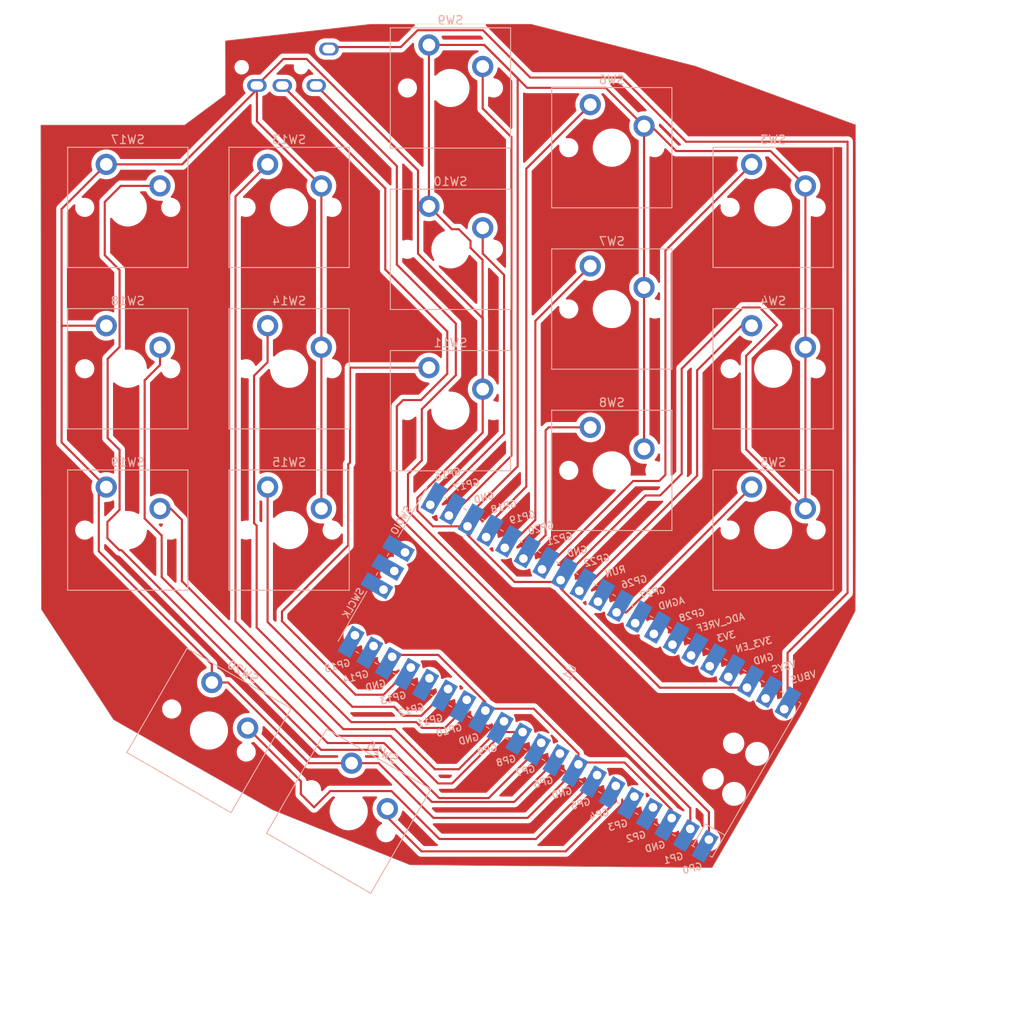
<source format=kicad_pcb>
(kicad_pcb (version 20221018) (generator pcbnew)
  (layers (0 "F.Cu" signal) (31 "B.Cu" signal) (34 "B.Paste" user) (35 "F.Paste" user) (36 "B.SilkS" user "B.Silkscreen") (37 "F.SilkS" user "F.Silkscreen") (38 "B.Mask" user) (39 "F.Mask" user) (44 "Edge.Cuts" user))
  (net 0 "")
  (net 1 "9")
  (net 2 "10")
  (net 3 "11")
  (net 4 "13")
  (net 5 "16")
  (net 6 "17")
  (net 7 "18")
  (net 8 "19")
  (net 9 "20")
  (net 10 "27")
  (net 11 "28")
  (net 12 "21")
  (net 13 "22")
  (net 14 "26")
  (net 15 "GND")
  (net 16 "3v3")
  (net 28 "0")
  (net 29 "1")
  (net 30 "3")
  (net 31 "4")
  (net 32 "6")
  (net 33 "7")
  (net 34 "8")
  (net 35 "5")
  (net 36 "2")
  (footprint "MJ-4PP-9:MJ-4PP-9_no_silk" (layer "B.Cu") (at 130.125 39.117944)
    (fp_text reference "J1" hide)
    (fp_text value "MJ-4PP-9" hide)
    (pad "" np_thru_hole circle (at -4.55 -0.05) (size 1.2 1.2) (drill 1.2) (layers "*.Cu" "*.Mask"))
    (pad "" np_thru_hole circle (at 2.45 -0.05) (size 1.2 1.2) (drill 1.2) (layers "*.Cu" "*.Mask"))
    (pad "1" thru_hole oval (at 5.75 -2.2) (size 2.3 1.5) (drill oval 1.5 1) (layers "*.Cu" "*.Mask") (net 16 "3v3"))
    (pad "2" thru_hole oval (at -2.75 2.1) (size 2.3 1.5) (drill oval 1.5 1) (layers "*.Cu" "*.Mask") (net 15 "GND"))
    (pad "3" thru_hole oval (at 0.25 2.1) (size 2.3 1.5) (drill oval 1.5 1) (layers "*.Cu" "*.Mask") (net 29 "1"))
    (pad "4" thru_hole oval (at 4.25 2.1) (size 2.3 1.5) (drill oval 1.5 1) (layers "*.Cu" "*.Mask") (net 28 "0"))
  )
  (footprint "ScottoKeebs_MX:MX_PCB_1.00u" (layer "B.Cu") (at 188.325 55.617944 180)
    (fp_text reference "SW3" (at 0 8) (layer "B.SilkS") (effects (justify mirror)))
    (fp_text value "CherryMX")
    (pad "" np_thru_hole circle (at -5.08 0 180) (size 1.75 1.75) (drill 1.75) (layers "*.Cu" "*.Mask"))
    (pad "" np_thru_hole circle (at 0 0 180) (size 4 4) (drill 4) (layers "*.Cu" "*.Mask"))
    (pad "" np_thru_hole circle (at 5.08 0 180) (size 1.75 1.75) (drill 1.75) (layers "*.Cu" "*.Mask"))
    (pad "1" thru_hole circle (at -3.81 2.54 180) (size 2.5 2.5) (drill 1.5) (layers "*.Cu" "*.Mask") (net 15 "GND"))
    (pad "2" thru_hole circle (at 2.54 5.08 180) (size 2.5 2.5) (drill 1.5) (layers "*.Cu" "*.Mask") (net 12 "21"))
  )
  (footprint "ScottoKeebs_MX:MX_PCB_1.00u" (layer "B.Cu") (at 188.325 74.667944 180)
    (fp_text reference "SW4" (at 0 8) (layer "B.SilkS") (effects (justify mirror)))
    (fp_text value "CherryMX")
    (pad "" np_thru_hole circle (at -5.08 0 180) (size 1.75 1.75) (drill 1.75) (layers "*.Cu" "*.Mask"))
    (pad "" np_thru_hole circle (at 0 0 180) (size 4 4) (drill 4) (layers "*.Cu" "*.Mask"))
    (pad "" np_thru_hole circle (at 5.08 0 180) (size 1.75 1.75) (drill 1.75) (layers "*.Cu" "*.Mask"))
    (pad "1" thru_hole circle (at -3.81 2.54 180) (size 2.5 2.5) (drill 1.5) (layers "*.Cu" "*.Mask") (net 15 "GND"))
    (pad "2" thru_hole circle (at 2.54 5.08 180) (size 2.5 2.5) (drill 1.5) (layers "*.Cu" "*.Mask") (net 13 "22"))
  )
  (footprint "ScottoKeebs_MX:MX_PCB_1.00u" (layer "B.Cu") (at 188.325 93.717944 180)
    (fp_text reference "SW5" (at 0 8) (layer "B.SilkS") (effects (justify mirror)))
    (fp_text value "CherryMX")
    (pad "" np_thru_hole circle (at -5.08 0 180) (size 1.75 1.75) (drill 1.75) (layers "*.Cu" "*.Mask"))
    (pad "" np_thru_hole circle (at 0 0 180) (size 4 4) (drill 4) (layers "*.Cu" "*.Mask"))
    (pad "" np_thru_hole circle (at 5.08 0 180) (size 1.75 1.75) (drill 1.75) (layers "*.Cu" "*.Mask"))
    (pad "1" thru_hole circle (at -3.81 2.54 180) (size 2.5 2.5) (drill 1.5) (layers "*.Cu" "*.Mask") (net 15 "GND"))
    (pad "2" thru_hole circle (at 2.54 5.08 180) (size 2.5 2.5) (drill 1.5) (layers "*.Cu" "*.Mask") (net 14 "26"))
  )
  (footprint "ScottoKeebs_MX:MX_PCB_1.00u" (layer "B.Cu") (at 169.275 48.567944 180)
    (fp_text reference "SW6" (at 0 8) (layer "B.SilkS") (effects (justify mirror)))
    (fp_text value "CherryMX")
    (pad "" np_thru_hole circle (at -5.08 0 180) (size 1.75 1.75) (drill 1.75) (layers "*.Cu" "*.Mask"))
    (pad "" np_thru_hole circle (at 0 0 180) (size 4 4) (drill 4) (layers "*.Cu" "*.Mask"))
    (pad "" np_thru_hole circle (at 5.08 0 180) (size 1.75 1.75) (drill 1.75) (layers "*.Cu" "*.Mask"))
    (pad "1" thru_hole circle (at -3.81 2.54 180) (size 2.5 2.5) (drill 1.5) (layers "*.Cu" "*.Mask") (net 15 "GND"))
    (pad "2" thru_hole circle (at 2.54 5.08 180) (size 2.5 2.5) (drill 1.5) (layers "*.Cu" "*.Mask") (net 7 "18"))
  )
  (footprint "ScottoKeebs_MX:MX_PCB_1.00u" (layer "B.Cu") (at 169.275 67.617944 180)
    (fp_text reference "SW7" (at 0 8) (layer "B.SilkS") (effects (justify mirror)))
    (fp_text value "CherryMX")
    (pad "" np_thru_hole circle (at -5.08 0 180) (size 1.75 1.75) (drill 1.75) (layers "*.Cu" "*.Mask"))
    (pad "" np_thru_hole circle (at 0 0 180) (size 4 4) (drill 4) (layers "*.Cu" "*.Mask"))
    (pad "" np_thru_hole circle (at 5.08 0 180) (size 1.75 1.75) (drill 1.75) (layers "*.Cu" "*.Mask"))
    (pad "1" thru_hole circle (at -3.81 2.54 180) (size 2.5 2.5) (drill 1.5) (layers "*.Cu" "*.Mask") (net 15 "GND"))
    (pad "2" thru_hole circle (at 2.54 5.08 180) (size 2.5 2.5) (drill 1.5) (layers "*.Cu" "*.Mask") (net 8 "19"))
  )
  (footprint "ScottoKeebs_MX:MX_PCB_1.00u" (layer "B.Cu") (at 169.275 86.667944 180)
    (fp_text reference "SW8" (at 0 8) (layer "B.SilkS") (effects (justify mirror)))
    (fp_text value "CherryMX")
    (pad "" np_thru_hole circle (at -5.08 0 180) (size 1.75 1.75) (drill 1.75) (layers "*.Cu" "*.Mask"))
    (pad "" np_thru_hole circle (at 0 0 180) (size 4 4) (drill 4) (layers "*.Cu" "*.Mask"))
    (pad "" np_thru_hole circle (at 5.08 0 180) (size 1.75 1.75) (drill 1.75) (layers "*.Cu" "*.Mask"))
    (pad "1" thru_hole circle (at -3.81 2.54 180) (size 2.5 2.5) (drill 1.5) (layers "*.Cu" "*.Mask") (net 15 "GND"))
    (pad "2" thru_hole circle (at 2.54 5.08 180) (size 2.5 2.5) (drill 1.5) (layers "*.Cu" "*.Mask") (net 9 "20"))
  )
  (footprint "ScottoKeebs_MX:MX_PCB_1.00u" (layer "B.Cu") (at 150.225 41.517944 180)
    (fp_text reference "SW9" (at 0 8) (layer "B.SilkS") (effects (justify mirror)))
    (fp_text value "CherryMX")
    (pad "" np_thru_hole circle (at -5.08 0 180) (size 1.75 1.75) (drill 1.75) (layers "*.Cu" "*.Mask"))
    (pad "" np_thru_hole circle (at 0 0 180) (size 4 4) (drill 4) (layers "*.Cu" "*.Mask"))
    (pad "" np_thru_hole circle (at 5.08 0 180) (size 1.75 1.75) (drill 1.75) (layers "*.Cu" "*.Mask"))
    (pad "1" thru_hole circle (at -3.81 2.54 180) (size 2.5 2.5) (drill 1.5) (layers "*.Cu" "*.Mask") (net 6 "17"))
    (pad "2" thru_hole circle (at 2.54 5.08 180) (size 2.5 2.5) (drill 1.5) (layers "*.Cu" "*.Mask") (net 15 "GND"))
  )
  (footprint "ScottoKeebs_MX:MX_PCB_1.00u" (layer "B.Cu") (at 150.225 60.567944 180)
    (fp_text reference "SW10" (at 0 8) (layer "B.SilkS") (effects (justify mirror)))
    (fp_text value "CherryMX")
    (pad "" np_thru_hole circle (at -5.08 0 180) (size 1.75 1.75) (drill 1.75) (layers "*.Cu" "*.Mask"))
    (pad "" np_thru_hole circle (at 0 0 180) (size 4 4) (drill 4) (layers "*.Cu" "*.Mask"))
    (pad "" np_thru_hole circle (at 5.08 0 180) (size 1.75 1.75) (drill 1.75) (layers "*.Cu" "*.Mask"))
    (pad "1" thru_hole circle (at -3.81 2.54 180) (size 2.5 2.5) (drill 1.5) (layers "*.Cu" "*.Mask") (net 5 "16"))
    (pad "2" thru_hole circle (at 2.54 5.08 180) (size 2.5 2.5) (drill 1.5) (layers "*.Cu" "*.Mask") (net 15 "GND"))
  )
  (footprint "ScottoKeebs_MX:MX_PCB_1.00u" (layer "B.Cu") (at 150.225 79.617944 180)
    (fp_text reference "SW11" (at 0 8) (layer "B.SilkS") (effects (justify mirror)))
    (fp_text value "CherryMX")
    (pad "" np_thru_hole circle (at -5.08 0 180) (size 1.75 1.75) (drill 1.75) (layers "*.Cu" "*.Mask"))
    (pad "" np_thru_hole circle (at 0 0 180) (size 4 4) (drill 4) (layers "*.Cu" "*.Mask"))
    (pad "" np_thru_hole circle (at 5.08 0 180) (size 1.75 1.75) (drill 1.75) (layers "*.Cu" "*.Mask"))
    (pad "1" thru_hole circle (at -3.81 2.54 180) (size 2.5 2.5) (drill 1.5) (layers "*.Cu" "*.Mask") (net 15 "GND"))
    (pad "2" thru_hole circle (at 2.54 5.08 180) (size 2.5 2.5) (drill 1.5) (layers "*.Cu" "*.Mask") (net 4 "13"))
  )
  (footprint "ScottoKeebs_MX:MX_PCB_1.00u" (layer "B.Cu") (at 131.175 55.617944 180)
    (fp_text reference "SW13" (at 0 8) (layer "B.SilkS") (effects (justify mirror)))
    (fp_text value "CherryMX")
    (pad "" np_thru_hole circle (at -5.08 0 180) (size 1.75 1.75) (drill 1.75) (layers "*.Cu" "*.Mask"))
    (pad "" np_thru_hole circle (at 0 0 180) (size 4 4) (drill 4) (layers "*.Cu" "*.Mask"))
    (pad "" np_thru_hole circle (at 5.08 0 180) (size 1.75 1.75) (drill 1.75) (layers "*.Cu" "*.Mask"))
    (pad "1" thru_hole circle (at -3.81 2.54 180) (size 2.5 2.5) (drill 1.5) (layers "*.Cu" "*.Mask") (net 15 "GND"))
    (pad "2" thru_hole circle (at 2.54 5.08 180) (size 2.5 2.5) (drill 1.5) (layers "*.Cu" "*.Mask") (net 1 "9"))
  )
  (footprint "ScottoKeebs_MX:MX_PCB_1.00u" (layer "B.Cu") (at 131.175 74.667944 180)
    (fp_text reference "SW14" (at 0 8) (layer "B.SilkS") (effects (justify mirror)))
    (fp_text value "CherryMX")
    (pad "" np_thru_hole circle (at -5.08 0 180) (size 1.75 1.75) (drill 1.75) (layers "*.Cu" "*.Mask"))
    (pad "" np_thru_hole circle (at 0 0 180) (size 4 4) (drill 4) (layers "*.Cu" "*.Mask"))
    (pad "" np_thru_hole circle (at 5.08 0 180) (size 1.75 1.75) (drill 1.75) (layers "*.Cu" "*.Mask"))
    (pad "1" thru_hole circle (at -3.81 2.54 180) (size 2.5 2.5) (drill 1.5) (layers "*.Cu" "*.Mask") (net 15 "GND"))
    (pad "2" thru_hole circle (at 2.54 5.08 180) (size 2.5 2.5) (drill 1.5) (layers "*.Cu" "*.Mask") (net 2 "10"))
  )
  (footprint "ScottoKeebs_MX:MX_PCB_1.00u" (layer "B.Cu") (at 131.175 93.717944 180)
    (fp_text reference "SW15" (at 0 8) (layer "B.SilkS") (effects (justify mirror)))
    (fp_text value "CherryMX")
    (pad "" np_thru_hole circle (at -5.08 0 180) (size 1.75 1.75) (drill 1.75) (layers "*.Cu" "*.Mask"))
    (pad "" np_thru_hole circle (at 0 0 180) (size 4 4) (drill 4) (layers "*.Cu" "*.Mask"))
    (pad "" np_thru_hole circle (at 5.08 0 180) (size 1.75 1.75) (drill 1.75) (layers "*.Cu" "*.Mask"))
    (pad "1" thru_hole circle (at -3.81 2.54 180) (size 2.5 2.5) (drill 1.5) (layers "*.Cu" "*.Mask") (net 15 "GND"))
    (pad "2" thru_hole circle (at 2.54 5.08 180) (size 2.5 2.5) (drill 1.5) (layers "*.Cu" "*.Mask") (net 3 "11"))
  )
  (footprint "ScottoKeebs_MX:MX_PCB_1.00u" (layer "B.Cu") (at 138.212357 126.907511 150)
    (fp_text reference "SW16" (at 0 8 150) (layer "B.SilkS") (effects (justify mirror)))
    (fp_text value "CherryMX")
    (pad "" np_thru_hole circle (at -5.08 0 150) (size 1.75 1.75) (drill 1.75) (layers "*.Cu" "*.Mask"))
    (pad "" np_thru_hole circle (at 0 0 150) (size 4 4) (drill 4) (layers "*.Cu" "*.Mask"))
    (pad "" np_thru_hole circle (at 5.08 0 150) (size 1.75 1.75) (drill 1.75) (layers "*.Cu" "*.Mask"))
    (pad "1" thru_hole circle (at -3.81 2.54 150) (size 2.5 2.5) (drill 1.5) (layers "*.Cu" "*.Mask") (net 31 "4"))
    (pad "2" thru_hole circle (at 2.54 5.08 150) (size 2.5 2.5) (drill 1.5) (layers "*.Cu" "*.Mask") (net 15 "GND"))
  )
  (footprint "ScottoKeebs_MX:MX_PCB_1.00u" (layer "B.Cu") (at 112.125 55.617944 180)
    (fp_text reference "SW17" (at 0 8) (layer "B.SilkS") (effects (justify mirror)))
    (fp_text value "CherryMX")
    (pad "" np_thru_hole circle (at -5.08 0 180) (size 1.75 1.75) (drill 1.75) (layers "*.Cu" "*.Mask"))
    (pad "" np_thru_hole circle (at 0 0 180) (size 4 4) (drill 4) (layers "*.Cu" "*.Mask"))
    (pad "" np_thru_hole circle (at 5.08 0 180) (size 1.75 1.75) (drill 1.75) (layers "*.Cu" "*.Mask"))
    (pad "1" thru_hole circle (at -3.81 2.54 180) (size 2.5 2.5) (drill 1.5) (layers "*.Cu" "*.Mask") (net 32 "6"))
    (pad "2" thru_hole circle (at 2.54 5.08 180) (size 2.5 2.5) (drill 1.5) (layers "*.Cu" "*.Mask") (net 15 "GND"))
  )
  (footprint "ScottoKeebs_MX:MX_PCB_1.00u" (layer "B.Cu") (at 112.125 74.667944 180)
    (fp_text reference "SW18" (at 0 8) (layer "B.SilkS") (effects (justify mirror)))
    (fp_text value "CherryMX")
    (pad "" np_thru_hole circle (at -5.08 0 180) (size 1.75 1.75) (drill 1.75) (layers "*.Cu" "*.Mask"))
    (pad "" np_thru_hole circle (at 0 0 180) (size 4 4) (drill 4) (layers "*.Cu" "*.Mask"))
    (pad "" np_thru_hole circle (at 5.08 0 180) (size 1.75 1.75) (drill 1.75) (layers "*.Cu" "*.Mask"))
    (pad "1" thru_hole circle (at -3.81 2.54 180) (size 2.5 2.5) (drill 1.5) (layers "*.Cu" "*.Mask") (net 33 "7"))
    (pad "2" thru_hole circle (at 2.54 5.08 180) (size 2.5 2.5) (drill 1.5) (layers "*.Cu" "*.Mask") (net 15 "GND"))
  )
  (footprint "ScottoKeebs_MX:MX_PCB_1.00u" (layer "B.Cu") (at 112.125 93.717944 180)
    (fp_text reference "SW19" (at 0 8) (layer "B.SilkS") (effects (justify mirror)))
    (fp_text value "CherryMX")
    (pad "" np_thru_hole circle (at -5.08 0 180) (size 1.75 1.75) (drill 1.75) (layers "*.Cu" "*.Mask"))
    (pad "" np_thru_hole circle (at 0 0 180) (size 4 4) (drill 4) (layers "*.Cu" "*.Mask"))
    (pad "" np_thru_hole circle (at 5.08 0 180) (size 1.75 1.75) (drill 1.75) (layers "*.Cu" "*.Mask"))
    (pad "1" thru_hole circle (at -3.81 2.54 180) (size 2.5 2.5) (drill 1.5) (layers "*.Cu" "*.Mask") (net 34 "8"))
    (pad "2" thru_hole circle (at 2.54 5.08 180) (size 2.5 2.5) (drill 1.5) (layers "*.Cu" "*.Mask") (net 15 "GND"))
  )
  (footprint "ScottoKeebs_MX:MX_PCB_1.00u" (layer "B.Cu") (at 121.714573 117.382511 150)
    (fp_text reference "SW20" (at 0 8 150) (layer "B.SilkS") (effects (justify mirror)))
    (fp_text value "CherryMX")
    (pad "" np_thru_hole circle (at -5.08 0 150) (size 1.75 1.75) (drill 1.75) (layers "*.Cu" "*.Mask"))
    (pad "" np_thru_hole circle (at 0 0 150) (size 4 4) (drill 4) (layers "*.Cu" "*.Mask"))
    (pad "" np_thru_hole circle (at 5.08 0 150) (size 1.75 1.75) (drill 1.75) (layers "*.Cu" "*.Mask"))
    (pad "1" thru_hole circle (at -3.81 2.54 150) (size 2.5 2.5) (drill 1.5) (layers "*.Cu" "*.Mask") (net 35 "5"))
    (pad "2" thru_hole circle (at 2.54 5.08 150) (size 2.5 2.5) (drill 1.5) (layers "*.Cu" "*.Mask") (net 15 "GND"))
  )
  (footprint "MCU_RaspberryPi_and_Boards:RPi_Pico_SMD_TH" (layer "B.Cu") (at 164.29 110.5 60)
    (fp_text reference "U1" (at 0 0 60) (layer "B.SilkS") (effects (justify mirror)))
    (fp_text value "Pico")
    (fp_text user "GP17" (at 13.054001 -21.59 15) (layer "B.SilkS") (effects (font (size 0.8 0.8)) (justify mirror)))
    (fp_text user "3V3" (at 12.9 13.9 15) (layer "B.SilkS") (effects (font (size 0.8 0.8)) (justify mirror)))
    (fp_text user "GP5" (at -12.8 8.89 15) (layer "B.SilkS") (effects (font (size 0.8 0.8)) (justify mirror)))
    (fp_text user "GP15" (at -13.054 -24.13 15) (layer "B.SilkS") (effects (font (size 0.8 0.8)) (justify mirror)))
    (fp_text user "GP3" (at -12.8 13.97 15) (layer "B.SilkS") (effects (font (size 0.8 0.8)) (justify mirror)))
    (fp_text user "GP14" (at -13.1 -21.589999 15) (layer "B.SilkS") (effects (font (size 0.8 0.8)) (justify mirror)))
    (fp_text user "GP21" (at 13.054 -8.9 15) (layer "B.SilkS") (effects (font (size 0.8 0.8)) (justify mirror)))
    (fp_text user "GP27" (at 13.054001 3.8 15) (layer "B.SilkS") (effects (font (size 0.8 0.8)) (justify mirror)))
    (fp_text user "GND" (at 12.8 19.05 15) (layer "B.SilkS") (effects (font (size 0.8 0.8)) (justify mirror)))
    (fp_text user "GP8" (at -12.8 -1.27 15) (layer "B.SilkS") (effects (font (size 0.8 0.8)) (justify mirror)))
    (fp_text user "3V3_EN" (at 13.7 17.2 15) (layer "B.SilkS") (effects (font (size 0.8 0.8)) (justify mirror)))
    (fp_text user "GP12" (at -13.2 -13.97 15) (layer "B.SilkS") (effects (font (size 0.8 0.8)) (justify mirror)))
    (fp_text user "GP1" (at -12.9 21.6 15) (layer "B.SilkS") (effects (font (size 0.8 0.8)) (justify mirror)))
    (fp_text user "GP28" (at 13.054 9.144 15) (layer "B.SilkS") (effects (font (size 0.8 0.8)) (justify mirror)))
    (fp_text user "GP10" (at -13.054 -8.89 15) (layer "B.SilkS") (effects (font (size 0.8 0.8)) (justify mirror)))
    (fp_text user "VBUS" (at 13.3 24.2 15) (layer "B.SilkS") (effects (font (size 0.8 0.8)) (justify mirror)))
    (fp_text user "GND" (at -12.8 19.05 15) (layer "B.SilkS") (effects (font (size 0.8 0.8)) (justify mirror)))
    (fp_text user "SWDIO" (at 5.6 -26.2 60) (layer "B.SilkS") (effects (font (size 0.8 0.8)) (justify mirror)))
    (fp_text user "GP16" (at 13.054 -24.13 15) (layer "B.SilkS") (effects (font (size 0.8 0.8)) (justify mirror)))
    (fp_text user "GND" (at -12.8 -6.35 15) (layer "B.SilkS") (effects (font (size 0.8 0.8)) (justify mirror)))
    (fp_text user "GP20" (at 13.054001 -11.43 15) (layer "B.SilkS") (effects (font (size 0.8 0.8)) (justify mirror)))
    (fp_text user "GND" (at -12.8 6.35 15) (layer "B.SilkS") (effects (font (size 0.8 0.8)) (justify mirror)))
    (fp_text user "GP11" (at -13.2 -11.43 15) (layer "B.SilkS") (effects (font (size 0.8 0.8)) (justify mirror)))
    (fp_text user "SWCLK" (at -5.7 -26.2 60) (layer "B.SilkS") (effects (font (size 0.8 0.8)) (justify mirror)))
    (fp_text user "GP19" (at 13.054 -13.97 15) (layer "B.SilkS") (effects (font (size 0.8 0.8)) (justify mirror)))
    (fp_text user "GND" (at -12.8 -19.05 15) (layer "B.SilkS") (effects (font (size 0.8 0.8)) (justify mirror)))
    (fp_text user "GP0" (at -12.8 24.13 15) (layer "B.SilkS") (effects (font (size 0.8 0.8)) (justify mirror)))
    (fp_text user "GP18" (at 13.054001 -16.51 15) (layer "B.SilkS") (effects (font (size 0.8 0.8)) (justify mirror)))
    (fp_text user "GP2" (at -12.9 16.51 15) (layer "B.SilkS") (effects (font (size 0.8 0.8)) (justify mirror)))
    (fp_text user "RUN" (at 13 -1.27 15) (layer "B.SilkS") (effects (font (size 0.8 0.8)) (justify mirror)))
    (fp_text user "GP7" (at -12.7 1.3 15) (layer "B.SilkS") (effects (font (size 0.8 0.8)) (justify mirror)))
    (fp_text user "VSYS" (at 13.199999 21.59 15) (layer "B.SilkS") (effects (font (size 0.8 0.8)) (justify mirror)))
    (fp_text user "GP13" (at -13.054 -16.509999 15) (layer "B.SilkS") (effects (font (size 0.8 0.8)) (justify mirror)))
    (fp_text user "GP6" (at -12.8 3.81 15) (layer "B.SilkS") (effects (font (size 0.8 0.8)) (justify mirror)))
    (fp_text user "AGND" (at 13.054 6.35 15) (layer "B.SilkS") (effects (font (size 0.8 0.8)) (justify mirror)))
    (fp_text user "GP4" (at -12.8 11.43 15) (layer "B.SilkS") (effects (font (size 0.8 0.8)) (justify mirror)))
    (fp_text user "GP22" (at 13.054 -3.81 15) (layer "B.SilkS") (effects (font (size 0.8 0.8)) (justify mirror)))
    (fp_text user "ADC_VREF" (at 14.000001 12.5 15) (layer "B.SilkS") (effects (font (size 0.8 0.8)) (justify mirror)))
    (fp_text user "GP9" (at -12.8 -3.81 15) (layer "B.SilkS") (effects (font (size 0.8 0.8)) (justify mirror)))
    (fp_text user "GND" (at 12.8 -19.05 15) (layer "B.SilkS") (effects (font (size 0.8 0.8)) (justify mirror)))
    (fp_text user "GND" (at 12.8 -6.35 15) (layer "B.SilkS") (effects (font (size 0.8 0.8)) (justify mirror)))
    (fp_text user "GP26" (at 13.054 1.27 15) (layer "B.SilkS") (effects (font (size 0.8 0.8)) (justify mirror)))
    (pad "" np_thru_hole oval (at -2.725 24 60) (size 1.8 1.8) (drill 1.8) (layers "*.Cu" "*.Mask"))
    (pad "" np_thru_hole oval (at -2.425 20.97 60) (size 1.5 1.5) (drill 1.5) (layers "*.Cu" "*.Mask"))
    (pad "" np_thru_hole oval (at 2.425 20.97 60) (size 1.5 1.5) (drill 1.5) (layers "*.Cu" "*.Mask"))
    (pad "" np_thru_hole oval (at 2.725 24 60) (size 1.8 1.8) (drill 1.8) (layers "*.Cu" "*.Mask"))
    (pad "1" thru_hole oval (at -8.89 24.13 60) (size 1.7 1.7) (drill 1.02) (layers "*.Cu" "*.Mask") (net 28 "0"))
    (pad "1" smd rect (at -8.89 24.13 60) (size 3.5 1.7) (drill (offset -0.9 0)) (layers "B.Cu" "B.Mask") (net 28 "0"))
    (pad "2" thru_hole oval (at -8.89 21.59 60) (size 1.7 1.7) (drill 1.02) (layers "*.Cu" "*.Mask") (net 29 "1"))
    (pad "2" smd rect (at -8.89 21.59 60) (size 3.5 1.7) (drill (offset -0.9 0)) (layers "B.Cu" "B.Mask") (net 29 "1"))
    (pad "3" thru_hole rect (at -8.89 19.05 60) (size 1.7 1.7) (drill 1.02) (layers "*.Cu" "*.Mask") (net 15 "GND"))
    (pad "3" smd rect (at -8.89 19.05 60) (size 3.5 1.7) (drill (offset -0.9 0)) (layers "B.Cu" "B.Mask") (net 15 "GND"))
    (pad "4" thru_hole oval (at -8.89 16.51 60) (size 1.7 1.7) (drill 1.02) (layers "*.Cu" "*.Mask") (net 36 "2"))
    (pad "4" smd rect (at -8.89 16.51 60) (size 3.5 1.7) (drill (offset -0.9 0)) (layers "B.Cu" "B.Mask") (net 36 "2"))
    (pad "5" thru_hole oval (at -8.89 13.97 60) (size 1.7 1.7) (drill 1.02) (layers "*.Cu" "*.Mask") (net 30 "3"))
    (pad "5" smd rect (at -8.89 13.97 60) (size 3.5 1.7) (drill (offset -0.9 0)) (layers "B.Cu" "B.Mask") (net 30 "3"))
    (pad "6" thru_hole oval (at -8.89 11.43 60) (size 1.7 1.7) (drill 1.02) (layers "*.Cu" "*.Mask") (net 31 "4"))
    (pad "6" smd rect (at -8.89 11.43 60) (size 3.5 1.7) (drill (offset -0.9 0)) (layers "B.Cu" "B.Mask") (net 31 "4"))
    (pad "7" thru_hole oval (at -8.89 8.89 60) (size 1.7 1.7) (drill 1.02) (layers "*.Cu" "*.Mask") (net 35 "5"))
    (pad "7" smd rect (at -8.89 8.89 60) (size 3.5 1.7) (drill (offset -0.9 0)) (layers "B.Cu" "B.Mask") (net 35 "5"))
    (pad "8" thru_hole rect (at -8.89 6.35 60) (size 1.7 1.7) (drill 1.02) (layers "*.Cu" "*.Mask") (net 15 "GND"))
    (pad "8" smd rect (at -8.89 6.35 60) (size 3.5 1.7) (drill (offset -0.9 0)) (layers "B.Cu" "B.Mask") (net 15 "GND"))
    (pad "9" thru_hole oval (at -8.89 3.81 60) (size 1.7 1.7) (drill 1.02) (layers "*.Cu" "*.Mask") (net 32 "6"))
    (pad "9" smd rect (at -8.89 3.81 60) (size 3.5 1.7) (drill (offset -0.9 0)) (layers "B.Cu" "B.Mask") (net 32 "6"))
    (pad "10" thru_hole oval (at -8.89 1.27 60) (size 1.7 1.7) (drill 1.02) (layers "*.Cu" "*.Mask") (net 33 "7"))
    (pad "10" smd rect (at -8.89 1.27 60) (size 3.5 1.7) (drill (offset -0.9 0)) (layers "B.Cu" "B.Mask") (net 33 "7"))
    (pad "11" thru_hole oval (at -8.89 -1.27 60) (size 1.7 1.7) (drill 1.02) (layers "*.Cu" "*.Mask") (net 34 "8"))
    (pad "11" smd rect (at -8.89 -1.27 60) (size 3.5 1.7) (drill (offset -0.9 0)) (layers "B.Cu" "B.Mask") (net 34 "8"))
    (pad "12" thru_hole oval (at -8.89 -3.81 60) (size 1.7 1.7) (drill 1.02) (layers "*.Cu" "*.Mask") (net 1 "9"))
    (pad "12" smd rect (at -8.89 -3.81 60) (size 3.5 1.7) (drill (offset -0.9 0)) (layers "B.Cu" "B.Mask") (net 1 "9"))
    (pad "13" thru_hole rect (at -8.89 -6.35 60) (size 1.7 1.7) (drill 1.02) (layers "*.Cu" "*.Mask") (net 15 "GND"))
    (pad "13" smd rect (at -8.89 -6.35 60) (size 3.5 1.7) (drill (offset -0.9 0)) (layers "B.Cu" "B.Mask") (net 15 "GND"))
    (pad "14" thru_hole oval (at -8.89 -8.89 60) (size 1.7 1.7) (drill 1.02) (layers "*.Cu" "*.Mask") (net 2 "10"))
    (pad "14" smd rect (at -8.89 -8.89 60) (size 3.5 1.7) (drill (offset -0.9 0)) (layers "B.Cu" "B.Mask") (net 2 "10"))
    (pad "15" thru_hole oval (at -8.89 -11.43 60) (size 1.7 1.7) (drill 1.02) (layers "*.Cu" "*.Mask") (net 3 "11"))
    (pad "15" smd rect (at -8.89 -11.43 60) (size 3.5 1.7) (drill (offset -0.9 0)) (layers "B.Cu" "B.Mask") (net 3 "11"))
    (pad "16" thru_hole oval (at -8.89 -13.97 60) (size 1.7 1.7) (drill 1.02) (layers "*.Cu" "*.Mask"))
    (pad "16" smd rect (at -8.89 -13.97 60) (size 3.5 1.7) (drill (offset -0.9 0)) (layers "B.Cu" "B.Mask"))
    (pad "17" thru_hole oval (at -8.89 -16.51 60) (size 1.7 1.7) (drill 1.02) (layers "*.Cu" "*.Mask") (net 4 "13"))
    (pad "17" smd rect (at -8.89 -16.51 60) (size 3.5 1.7) (drill (offset -0.9 0)) (layers "B.Cu" "B.Mask") (net 4 "13"))
    (pad "18" thru_hole rect (at -8.89 -19.05 60) (size 1.7 1.7) (drill 1.02) (layers "*.Cu" "*.Mask") (net 15 "GND"))
    (pad "18" smd rect (at -8.89 -19.05 60) (size 3.5 1.7) (drill (offset -0.9 0)) (layers "B.Cu" "B.Mask") (net 15 "GND"))
    (pad "19" thru_hole oval (at -8.89 -21.59 60) (size 1.7 1.7) (drill 1.02) (layers "*.Cu" "*.Mask"))
    (pad "19" smd rect (at -8.89 -21.59 60) (size 3.5 1.7) (drill (offset -0.9 0)) (layers "B.Cu" "B.Mask"))
    (pad "20" thru_hole oval (at -8.89 -24.13 60) (size 1.7 1.7) (drill 1.02) (layers "*.Cu" "*.Mask"))
    (pad "20" smd rect (at -8.89 -24.13 60) (size 3.5 1.7) (drill (offset -0.9 0)) (layers "B.Cu" "B.Mask"))
    (pad "21" thru_hole oval (at 8.89 -24.13 60) (size 1.7 1.7) (drill 1.02) (layers "*.Cu" "*.Mask") (net 5 "16"))
    (pad "21" smd rect (at 8.89 -24.13 60) (size 3.5 1.7) (drill (offset 0.9 0)) (layers "B.Cu" "B.Mask") (net 5 "16"))
    (pad "22" thru_hole oval (at 8.89 -21.59 60) (size 1.7 1.7) (drill 1.02) (layers "*.Cu" "*.Mask") (net 6 "17"))
    (pad "22" smd rect (at 8.89 -21.59 60) (size 3.5 1.7) (drill (offset 0.9 0)) (layers "B.Cu" "B.Mask") (net 6 "17"))
    (pad "23" thru_hole rect (at 8.89 -19.05 60) (size 1.7 1.7) (drill 1.02) (layers "*.Cu" "*.Mask") (net 15 "GND"))
    (pad "23" smd rect (at 8.89 -19.05 60) (size 3.5 1.7) (drill (offset 0.9 0)) (layers "B.Cu" "B.Mask") (net 15 "GND"))
    (pad "24" thru_hole oval (at 8.89 -16.51 60) (size 1.7 1.7) (drill 1.02) (layers "*.Cu" "*.Mask") (net 7 "18"))
    (pad "24" smd rect (at 8.89 -16.51 60) (size 3.5 1.7) (drill (offset 0.9 0)) (layers "B.Cu" "B.Mask") (net 7 "18"))
    (pad "25" thru_hole oval (at 8.89 -13.97 60) (size 1.7 1.7) (drill 1.02) (layers "*.Cu" "*.Mask") (net 8 "19"))
    (pad "25" smd rect (at 8.89 -13.97 60) (size 3.5 1.7) (drill (offset 0.9 0)) (layers "B.Cu" "B.Mask") (net 8 "19"))
    (pad "26" thru_hole oval (at 8.89 -11.43 60) (size 1.7 1.7) (drill 1.02) (layers "*.Cu" "*.Mask") (net 9 "20"))
    (pad "26" smd rect (at 8.89 -11.43 60) (size 3.5 1.7) (drill (offset 0.9 0)) (layers "B.Cu" "B.Mask") (net 9 "20"))
    (pad "27" thru_hole oval (at 8.89 -8.89 60) (size 1.7 1.7) (drill 1.02) (layers "*.Cu" "*.Mask") (net 12 "21"))
    (pad "27" smd rect (at 8.89 -8.89 60) (size 3.5 1.7) (drill (offset 0.9 0)) (layers "B.Cu" "B.Mask") (net 12 "21"))
    (pad "28" thru_hole rect (at 8.89 -6.35 60) (size 1.7 1.7) (drill 1.02) (layers "*.Cu" "*.Mask") (net 15 "GND"))
    (pad "28" smd rect (at 8.89 -6.35 60) (size 3.5 1.7) (drill (offset 0.9 0)) (layers "B.Cu" "B.Mask") (net 15 "GND"))
    (pad "29" thru_hole oval (at 8.89 -3.81 60) (size 1.7 1.7) (drill 1.02) (layers "*.Cu" "*.Mask") (net 13 "22"))
    (pad "29" smd rect (at 8.89 -3.81 60) (size 3.5 1.7) (drill (offset 0.9 0)) (layers "B.Cu" "B.Mask") (net 13 "22"))
    (pad "30" thru_hole oval (at 8.89 -1.27 60) (size 1.7 1.7) (drill 1.02) (layers "*.Cu" "*.Mask"))
    (pad "30" smd rect (at 8.89 -1.27 60) (size 3.5 1.7) (drill (offset 0.9 0)) (layers "B.Cu" "B.Mask"))
    (pad "31" thru_hole oval (at 8.89 1.27 60) (size 1.7 1.7) (drill 1.02) (layers "*.Cu" "*.Mask") (net 14 "26"))
    (pad "31" smd rect (at 8.89 1.27 60) (size 3.5 1.7) (drill (offset 0.9 0)) (layers "B.Cu" "B.Mask") (net 14 "26"))
    (pad "32" thru_hole oval (at 8.89 3.81 60) (size 1.7 1.7) (drill 1.02) (layers "*.Cu" "*.Mask") (net 10 "27"))
    (pad "32" smd rect (at 8.89 3.81 60) (size 3.5 1.7) (drill (offset 0.9 0)) (layers "B.Cu" "B.Mask") (net 10 "27"))
    (pad "33" thru_hole rect (at 8.89 6.35 60) (size 1.7 1.7) (drill 1.02) (layers "*.Cu" "*.Mask"))
    (pad "33" smd rect (at 8.89 6.35 60) (size 3.5 1.7) (drill (offset 0.9 0)) (layers "B.Cu" "B.Mask"))
    (pad "34" thru_hole oval (at 8.89 8.89 60) (size 1.7 1.7) (drill 1.02) (layers "*.Cu" "*.Mask") (net 11 "28"))
    (pad "34" smd rect (at 8.89 8.89 60) (size 3.5 1.7) (drill (offset 0.9 0)) (layers "B.Cu" "B.Mask") (net 11 "28"))
    (pad "35" thru_hole oval (at 8.89 11.43 60) (size 1.7 1.7) (drill 1.02) (layers "*.Cu" "*.Mask"))
    (pad "35" smd rect (at 8.89 11.43 60) (size 3.5 1.7) (drill (offset 0.9 0)) (layers "B.Cu" "B.Mask"))
    (pad "36" thru_hole oval (at 8.89 13.97 60) (size 1.7 1.7) (drill 1.02) (layers "*.Cu" "*.Mask"))
    (pad "36" smd rect (at 8.89 13.97 60) (size 3.5 1.7) (drill (offset 0.9 0)) (layers "B.Cu" "B.Mask"))
    (pad "37" thru_hole oval (at 8.89 16.51 60) (size 1.7 1.7) (drill 1.02) (layers "*.Cu" "*.Mask"))
    (pad "37" smd rect (at 8.89 16.51 60) (size 3.5 1.7) (drill (offset 0.9 0)) (layers "B.Cu" "B.Mask"))
    (pad "38" thru_hole rect (at 8.89 19.05 60) (size 1.7 1.7) (drill 1.02) (layers "*.Cu" "*.Mask") (net 15 "GND"))
    (pad "38" smd rect (at 8.89 19.05 60) (size 3.5 1.7) (drill (offset 0.9 0)) (layers "B.Cu" "B.Mask") (net 15 "GND"))
    (pad "39" thru_hole oval (at 8.89 21.59 60) (size 1.7 1.7) (drill 1.02) (layers "*.Cu" "*.Mask"))
    (pad "39" smd rect (at 8.89 21.59 60) (size 3.5 1.7) (drill (offset 0.9 0)) (layers "B.Cu" "B.Mask"))
    (pad "40" thru_hole oval (at 8.89 24.13 60) (size 1.7 1.7) (drill 1.02) (layers "*.Cu" "*.Mask") (net 16 "3v3"))
    (pad "40" smd rect (at 8.89 24.13 60) (size 3.5 1.7) (drill (offset 0.9 0)) (layers "B.Cu" "B.Mask") (net 16 "3v3"))
    (pad "41" thru_hole oval (at -2.54 -23.9 60) (size 1.7 1.7) (drill 1.02) (layers "*.Cu" "*.Mask"))
    (pad "41" smd rect (at -2.54 -23.9 330) (size 3.5 1.7) (drill (offset -0.9 0)) (layers "B.Cu" "B.Mask"))
    (pad "42" thru_hole rect (at 0 -23.9 60) (size 1.7 1.7) (drill 1.02) (layers "*.Cu" "*.Mask"))
    (pad "42" smd rect (at 0 -23.9 330) (size 3.5 1.7) (drill (offset -0.9 0)) (layers "B.Cu" "B.Mask"))
    (pad "43" thru_hole oval (at 2.54 -23.9 60) (size 1.7 1.7) (drill 1.02) (layers "*.Cu" "*.Mask"))
    (pad "43" smd rect (at 2.54 -23.9 330) (size 3.5 1.7) (drill (offset -0.9 0)) (layers "B.Cu" "B.Mask"))
  )
  (gr_poly (pts (xy 198.07 45.63) (xy 198 45.82) (xy 179 38.86) (xy 178.93 38.86) (xy 159.76 33.962944) (xy 140.76 33.962944) (xy 123.62 35.93) (xy 123.65 42.292944) (xy 118.83 45.872944) (xy 101.83 45.872944) (xy 101.9 103.092944) (xy 110.43 116.12) (xy 129.22 126.78) (xy 145.44 133.27) (xy 181.13 133.6) (xy 191.9 115.092944) (xy 198.05 103.28) (xy 198.1 84.36)) (stroke (width 0.05)) (fill none) (layer "Edge.Cuts"))
  (segment (start 124.845 104.485) (end 137.58 117.22) (width 0.25) (layer "F.Cu") (net 1))
  (segment (start 148.392944 121.952944) (end 151.207405 121.952944) (width 0.25) (layer "F.Cu") (net 1))
  (segment (start 151.207405 121.952944) (end 156.545443 116.614906) (width 0.25) (layer "F.Cu") (net 1))
  (segment (start 128.635 50.537944) (end 128.67 50.572944) (width 0.25) (layer "F.Cu") (net 1))
  (segment (start 124.845 54.327944) (end 124.845 104.485) (width 0.25) (layer "F.Cu") (net 1))
  (segment (start 143.66 117.22) (end 148.392944 121.952944) (width 0.25) (layer "F.Cu") (net 1))
  (segment (start 137.58 117.22) (end 143.66 117.22) (width 0.25) (layer "F.Cu") (net 1))
  (segment (start 156.545443 116.614906) (end 156.545443 116.293966) (width 0.25) (layer "F.Cu") (net 1))
  (segment (start 128.635 50.537944) (end 124.845 54.327944) (width 0.25) (layer "F.Cu") (net 1))
  (segment (start 152.146034 114.503966) (end 149.57 117.08) (width 0.25) (layer "F.Cu") (net 2))
  (segment (start 127.345 105.225) (end 127.345 93.200177) (width 0.25) (layer "F.Cu") (net 2))
  (segment (start 146.18 116.39) (end 138.51 116.39) (width 0.25) (layer "F.Cu") (net 2))
  (segment (start 152.146034 113.753966) (end 152.146034 114.503966) (width 0.25) (layer "F.Cu") (net 2))
  (segment (start 127.038884 75.491827) (end 128.635 73.895711) (width 0.25) (layer "F.Cu") (net 2))
  (segment (start 127.038884 92.894061) (end 127.038884 75.491827) (width 0.25) (layer "F.Cu") (net 2))
  (segment (start 146.87 117.08) (end 146.18 116.39) (width 0.25) (layer "F.Cu") (net 2))
  (segment (start 149.57 117.08) (end 146.87 117.08) (width 0.25) (layer "F.Cu") (net 2))
  (segment (start 128.635 73.895711) (end 128.635 69.587944) (width 0.25) (layer "F.Cu") (net 2))
  (segment (start 127.345 93.200177) (end 127.038884 92.894061) (width 0.25) (layer "F.Cu") (net 2))
  (segment (start 138.51 116.39) (end 127.345 105.225) (width 0.25) (layer "F.Cu") (net 2))
  (segment (start 149.94633 112.483966) (end 149.93633 112.483966) (width 0.25) (layer "F.Cu") (net 3))
  (segment (start 138.65 114.58) (end 128.635 104.565) (width 0.25) (layer "F.Cu") (net 3))
  (segment (start 144.64 115.64) (end 143.58 114.58) (width 0.25) (layer "F.Cu") (net 3))
  (segment (start 128.635 104.565) (end 128.635 88.637944) (width 0.25) (layer "F.Cu") (net 3))
  (segment (start 146.780296 115.64) (end 144.64 115.64) (width 0.25) (layer "F.Cu") (net 3))
  (segment (start 143.58 114.58) (end 138.65 114.58) (width 0.25) (layer "F.Cu") (net 3))
  (segment (start 128.67 88.602944) (end 128.635 88.637944) (width 0.25) (layer "F.Cu") (net 3))
  (segment (start 149.93633 112.483966) (end 146.780296 115.64) (width 0.25) (layer "F.Cu") (net 3))
  (segment (start 138.156938 85.956006) (end 138.156938 95.516006) (width 0.25) (layer "F.Cu") (net 4))
  (segment (start 138.156938 95.516006) (end 130.33 103.342944) (width 0.25) (layer "F.Cu") (net 4))
  (segment (start 130.33 103.342944) (end 130.33 104.467984) (width 0.25) (layer "F.Cu") (net 4))
  (segment (start 145.536921 109.943966) (end 145.546921 109.943966) (width 0.25) (layer "F.Cu") (net 4))
  (segment (start 142.320926 113.159961) (end 145.536921 109.943966) (width 0.25) (layer "F.Cu") (net 4))
  (segment (start 130.33 104.467984) (end 139.021977 113.159961) (width 0.25) (layer "F.Cu") (net 4))
  (segment (start 147.685 74.537944) (end 138.37 74.537944) (width 0.25) (layer "F.Cu") (net 4))
  (segment (start 138.37 85.742944) (end 138.156938 85.956006) (width 0.25) (layer "F.Cu") (net 4))
  (segment (start 139.021977 113.159961) (end 142.320926 113.159961) (width 0.25) (layer "F.Cu") (net 4))
  (segment (start 138.37 74.537944) (end 138.37 85.742944) (width 0.25) (layer "F.Cu") (net 4))
  (segment (start 148.158747 90.736034) (end 156.555 82.339781) (width 0.25) (layer "F.Cu") (net 5))
  (segment (start 147.837807 90.736034) (end 148.158747 90.736034) (width 0.25) (layer "F.Cu") (net 5))
  (segment (start 156.555 63.585711) (end 154.035 61.065711) (width 0.25) (layer "F.Cu") (net 5))
  (segment (start 156.555 82.339781) (end 156.555 63.585711) (width 0.25) (layer "F.Cu") (net 5))
  (segment (start 154.035 61.065711) (end 154.035 58.027944) (width 0.25) (layer "F.Cu") (net 5))
  (segment (start 157.42 84.944486) (end 157.42 47.321701) (width 0.25) (layer "F.Cu") (net 6))
  (segment (start 150.358452 92.006034) (end 157.42 84.944486) (width 0.25) (layer "F.Cu") (net 6))
  (segment (start 154.035 43.936701) (end 154.035 38.977944) (width 0.25) (layer "F.Cu") (net 6))
  (segment (start 150.037512 92.006034) (end 150.358452 92.006034) (width 0.25) (layer "F.Cu") (net 6))
  (segment (start 157.42 47.321701) (end 154.035 43.936701) (width 0.25) (layer "F.Cu") (net 6))
  (segment (start 154.436921 94.546034) (end 154.07 94.179113) (width 0.25) (layer "F.Cu") (net 7))
  (segment (start 154.07 94.179113) (end 154.07 93.696053) (width 0.25) (layer "F.Cu") (net 7))
  (segment (start 154.07 93.696053) (end 159.18 88.586053) (width 0.25) (layer "F.Cu") (net 7))
  (segment (start 159.18 88.586053) (end 159.18 51.042944) (width 0.25) (layer "F.Cu") (net 7))
  (segment (start 159.18 51.042944) (end 166.735 43.487944) (width 0.25) (layer "F.Cu") (net 7))
  (segment (start 156.636625 95.816034) (end 156.957565 95.816034) (width 0.25) (layer "F.Cu") (net 8))
  (segment (start 160.25 92.523599) (end 160.25 69.022944) (width 0.25) (layer "F.Cu") (net 8))
  (segment (start 160.25 69.022944) (end 166.735 62.537944) (width 0.25) (layer "F.Cu") (net 8))
  (segment (start 156.957565 95.816034) (end 160.25 92.523599) (width 0.25) (layer "F.Cu") (net 8))
  (segment (start 158.83633 97.086034) (end 158.83633 96.94367) (width 0.25) (layer "F.Cu") (net 9))
  (segment (start 161.46 94.32) (end 161.46 81.942944) (width 0.25) (layer "F.Cu") (net 9))
  (segment (start 161.815 81.587944) (end 166.735 81.587944) (width 0.25) (layer "F.Cu") (net 9))
  (segment (start 161.46 81.942944) (end 161.815 81.587944) (width 0.25) (layer "F.Cu") (net 9))
  (segment (start 158.83633 96.94367) (end 161.46 94.32) (width 0.25) (layer "F.Cu") (net 9))
  (segment (start 171.795064 87.917944) (end 174.872767 87.917944) (width 0.25) (layer "F.Cu") (net 12))
  (segment (start 174.872767 87.917944) (end 175.605 87.185711) (width 0.25) (layer "F.Cu") (net 12))
  (segment (start 175.605 60.717944) (end 185.785 50.537944) (width 0.25) (layer "F.Cu") (net 12))
  (segment (start 161.036034 98.356034) (end 161.356974 98.356034) (width 0.25) (layer "F.Cu") (net 12))
  (segment (start 175.605 87.185711) (end 175.605 60.717944) (width 0.25) (layer "F.Cu") (net 12))
  (segment (start 161.356974 98.356034) (end 171.795064 87.917944) (width 0.25) (layer "F.Cu") (net 12))
  (segment (start 165.756383 100.896034) (end 165.435443 100.896034) (width 0.25) (layer "F.Cu") (net 13))
  (segment (start 184.612056 69.587944) (end 179.35 74.85) (width 0.25) (layer "F.Cu") (net 13))
  (segment (start 179.35 87.302417) (end 165.756383 100.896034) (width 0.25) (layer "F.Cu") (net 13))
  (segment (start 185.785 69.587944) (end 184.612056 69.587944) (width 0.25) (layer "F.Cu") (net 13))
  (segment (start 179.35 74.85) (end 179.35 87.302417) (width 0.25) (layer "F.Cu") (net 13))
  (segment (start 185.785 88.637944) (end 170.98691 103.436034) (width 0.25) (layer "F.Cu") (net 14))
  (segment (start 170.98691 103.436034) (end 169.834852 103.436034) (width 0.25) (layer "F.Cu") (net 14))
  (segment (start 109.585 50.537944) (end 104.31 55.812944) (width 0.25) (layer "F.Cu") (net 15))
  (segment (start 108.704479 89.518465) (end 108.704479 96.217423) (width 0.25) (layer "F.Cu") (net 15))
  (segment (start 148.166034 93.276034) (end 152.237216 93.276034) (width 0.25) (layer "F.Cu") (net 15))
  (segment (start 146.32 89.91) (end 146.32 91.43) (width 0.25) (layer "F.Cu") (net 15))
  (segment (start 163.235739 99.626034) (end 163.019618 99.842155) (width 0.25) (layer "F.Cu") (net 15))
  (segment (start 154.217944 36.437944) (end 153.71566 36.437944) (width 0.25) (layer "F.Cu") (net 15))
  (segment (start 104.31 83.362944) (end 109.585 88.637944) (width 0.25) (layer "F.Cu") (net 15))
  (segment (start 152.237216 93.276034) (end 152.237216 92.112784) (width 0.25) (layer "F.Cu") (net 15))
  (segment (start 173.25 89.63) (end 163.253966 99.626034) (width 0.25) (layer "F.Cu") (net 15))
  (segment (start 154.56186 114.807845) (end 160.056017 114.807845) (width 0.25) (layer "F.Cu") (net 15))
  (segment (start 150.39 58.192944) (end 147.685 55.487944) (width 0.25) (layer "F.Cu") (net 15))
  (segment (start 104.31 55.812944) (end 104.31 69.702944) (width 0.25) (layer "F.Cu") (net 15))
  (segment (start 104.425 69.587944) (end 104.31 69.702944) (width 0.25) (layer "F.Cu") (net 15))
  (segment (start 188.02 48.962944) (end 192.135 53.077944) (width 0.25) (layer "F.Cu") (net 15))
  (segment (start 138.552652 121.238102) (end 133.498102 121.238102) (width 0.25) (layer "F.Cu") (net 15))
  (segment (start 163.235739 100.60753) (end 163.235739 99.626034) (width 0.25) (layer "F.Cu") (net 15))
  (segment (start 108.704479 96.217423) (end 122.054868 109.567812) (width 0.25) (layer "F.Cu") (net 15))
  (segment (start 159.339167 127.7) (end 148.22 127.7) (width 0.25) (layer "F.Cu") (net 15))
  (segment (start 165.344261 121.694906) (end 159.339167 127.7) (width 0.25) (layer "F.Cu") (net 15))
  (segment (start 177.53 87.08) (end 174.98 89.63) (width 0.25) (layer "F.Cu") (net 15))
  (segment (start 165.344261 120.096089) (end 165.344261 121.373966) (width 0.25) (layer "F.Cu") (net 15))
  (segment (start 163.019618 99.842155) (end 157.801179 99.842155) (width 0.25) (layer "F.Cu") (net 15))
  (segment (start 143.563337 108.457845) (end 148.781776 108.457845) (width 0.25) (layer "F.Cu") (net 15))
  (segment (start 154.035 77.077944) (end 154.035 82.195) (width 0.25) (layer "F.Cu") (net 15))
  (segment (start 118.545 50.537944) (end 109.585 50.537944) (width 0.25) (layer "F.Cu") (net 15))
  (segment (start 185.13934 73.14066) (end 188.785 69.495) (width 0.25) (layer "F.Cu") (net 15))
  (segment (start 146.395 51.245) (end 133.242944 38.092944) (width 0.25) (layer "F.Cu") (net 15))
  (segment (start 154.035 68.725711) (end 146.395 61.085711) (width 0.25) (layer "F.Cu") (net 15))
  (segment (start 173.937944 46.027944) (end 176.872944 48.962944) (width 0.25) (layer "F.Cu") (net 15))
  (segment (start 173.085 46.027944) (end 173.937944 46.027944) (width 0.25) (layer "F.Cu") (net 15))
  (segment (start 104.31 69.702944) (end 104.31 83.362944) (width 0.25) (layer "F.Cu") (net 15))
  (segment (start 134.985 53.077944) (end 134.985 91.177944) (width 0.25) (layer "F.Cu") (net 15))
  (segment (start 152.6 60.402944) (end 152.6 59.584187) (width 0.25) (layer "F.Cu") (net 15))
  (segment (start 185.232784 112.326034) (end 174.954243 112.326034) (width 0.25) (layer "F.Cu") (net 15))
  (segment (start 186.73 67.44) (end 184.756548 67.44) (width 0.25) (layer "F.Cu") (net 15))
  (segment (start 146.32 91.43) (end 148.166034 93.276034) (width 0.25) (layer "F.Cu") (net 15))
  (segment (start 154.02 61.822944) (end 152.6 60.402944) (width 0.25) (layer "F.Cu") (net 15))
  (segment (start 109.585 69.587944) (end 104.425 69.587944) (width 0.25) (layer "F.Cu") (net 15))
  (segment (start 165.560382 121.157845) (end 170.778821 121.157845) (width 0.25) (layer "F.Cu") (net 15))
  (segment (start 192.135 91.177944) (end 185.13934 84.182284) (width 0.25) (layer "F.Cu") (net 15))
  (segment (start 192.135 53.077944) (end 192.135 91.177944) (width 0.25) (layer "F.Cu") (net 15))
  (segment (start 133.242944 38.092944) (end 130.5 38.092944) (width 0.25) (layer "F.Cu") (net 15))
  (segment (start 173.085 46.027944) (end 173.085 84.127944) (width 0.25) (layer "F.Cu") (net 15))
  (segment (start 130.5 38.092944) (end 127.375 41.217944) (width 0.25) (layer "F.Cu") (net 15))
  (segment (start 154.02 77.062944) (end 154.02 61.822944) (width 0.25) (layer "F.Cu") (net 15))
  (segment (start 148.22 127.7) (end 141.758102 121.238102) (width 0.25) (layer "F.Cu") (net 15))
  (segment (start 177.53 74.666548) (end 177.53 87.08) (width 0.25) (layer "F.Cu") (net 15))
  (segment (start 159.28 41.5) (end 154.217944 36.437944) (width 0.25) (layer "F.Cu") (net 15))
  (segment (start 146.395 61.085711) (end 146.395 51.245) (width 0.25) (layer "F.Cu") (net 15))
  (segment (start 188.785 69.495) (end 186.73 67.44) (width 0.25) (layer "F.Cu") (net 15))
  (segment (start 153.71566 36.437944) (end 147.685 36.437944) (width 0.25) (layer "F.Cu") (net 15))
  (segment (start 170.778821 121.157845) (end 176.342784 126.721808) (width 0.25) (layer "F.Cu") (net 15))
  (segment (start 174.98 89.63) (end 173.25 89.63) (width 0.25) (layer "F.Cu") (net 15))
  (segment (start 154.345739 115.023966) (end 154.56186 114.807845) (width 0.25) (layer "F.Cu") (net 15))
  (segment (start 158.16 86.19) (end 158.16 40.38) (width 0.25) (layer "F.Cu") (net 15))
  (segment (start 127.375 45.467944) (end 127.375 41.217944) (width 0.25) (layer "F.Cu") (net 15))
  (segment (start 165.344261 121.373966) (end 165.344261 121.694906) (width 0.25) (layer "F.Cu") (net 15))
  (segment (start 163.253966 99.626034) (end 163.235739 99.626034) (width 0.25) (layer "F.Cu") (net 15))
  (segment (start 158.16 40.38) (end 154.217944 36.437944) (width 0.25) (layer "F.Cu") (net 15))
  (segment (start 165.344261 121.373966) (end 165.560382 121.157845) (width 0.25) (layer "F.Cu") (net 15))
  (segment (start 154.035 82.195) (end 146.32 89.91) (width 0.25) (layer "F.Cu") (net 15))
  (segment (start 176.872944 48.962944) (end 188.02 48.962944) (width 0.25) (layer "F.Cu") (net 15))
  (segment (start 154.035 77.077944) (end 154.02 77.062944) (width 0.25) (layer "F.Cu") (net 15))
  (segment (start 122.054868 109.567812) (end 122.054868 111.713102) (width 0.25) (layer "F.Cu") (net 15))
  (segment (start 154.345739 114.021808) (end 154.345739 115.023966) (width 0.25) (layer "F.Cu") (net 15))
  (segment (start 157.801179 99.842155) (end 152.237216 94.278192) (width 0.25) (layer "F.Cu") (net 15))
  (segment (start 123.973102 111.713102) (end 122.054868 111.713102) (width 0.25) (layer "F.Cu") (net 15))
  (segment (start 152.6 59.584187) (end 151.208757 58.192944) (width 0.25) (layer "F.Cu") (net 15))
  (segment (start 148.781776 108.457845) (end 154.345739 114.021808) (width 0.25) (layer "F.Cu") (net 15))
  (segment (start 173.085 46.027944) (end 168.557056 41.5) (width 0.25) (layer "F.Cu") (net 15))
  (segment (start 174.954243 112.326034) (end 163.235739 100.60753) (width 0.25) (layer "F.Cu") (net 15))
  (segment (start 127.375 41.217944) (end 127.375 41.707944) (width 0.25) (layer "F.Cu") (net 15))
  (segment (start 184.756548 67.44) (end 177.53 74.666548) (width 0.25) (layer "F.Cu") (net 15))
  (segment (start 134.985 53.077944) (end 127.375 45.467944) (width 0.25) (layer "F.Cu") (net 15))
  (segment (start 168.557056 41.5) (end 159.28 41.5) (width 0.25) (layer "F.Cu") (net 15))
  (segment (start 151.208757 58.192944) (end 150.39 58.192944) (width 0.25) (layer "F.Cu") (net 15))
  (segment (start 152.237216 94.278192) (end 152.237216 93.276034) (width 0.25) (layer "F.Cu") (net 15))
  (segment (start 176.342784 126.721808) (end 176.342784 127.723966) (width 0.25) (layer "F.Cu") (net 15))
  (segment (start 127.375 41.707944) (end 118.545 50.537944) (width 0.25) (layer "F.Cu") (net 15))
  (segment (start 147.685 36.437944) (end 147.685 55.487944) (width 0.25) (layer "F.Cu") (net 15))
  (segment (start 152.237216 92.112784) (end 158.16 86.19) (width 0.25) (layer "F.Cu") (net 15))
  (segment (start 160.056017 114.807845) (end 165.344261 120.096089) (width 0.25) (layer "F.Cu") (net 15))
  (segment (start 141.758102 121.238102) (end 138.552652 121.238102) (width 0.25) (layer "F.Cu") (net 15))
  (segment (start 143.347216 108.673966) (end 143.563337 108.457845) (width 0.25) (layer "F.Cu") (net 15))
  (segment (start 109.585 88.637944) (end 108.704479 89.518465) (width 0.25) (layer "F.Cu") (net 15))
  (segment (start 154.035 77.077944) (end 154.035 68.725711) (width 0.25) (layer "F.Cu") (net 15))
  (segment (start 133.498102 121.238102) (end 123.973102 111.713102) (width 0.25) (layer "F.Cu") (net 15))
  (segment (start 185.13934 84.182284) (end 185.13934 73.14066) (width 0.25) (layer "F.Cu") (net 15))
  (segment (start 190.03 108.21) (end 197.11 101.13) (width 0.25) (layer "F.Cu") (net 16))
  (segment (start 159.65 40.29) (end 154.06 34.7) (width 0.25) (layer "F.Cu") (net 16))
  (segment (start 136.11 36.682944) (end 135.875 36.917944) (width 0.25) (layer "F.Cu") (net 16))
  (segment (start 178.04 47.862944) (end 170.467056 40.29) (width 0.25) (layer "F.Cu") (net 16))
  (segment (start 144.367056 36.682944) (end 136.11 36.682944) (width 0.25) (layer "F.Cu") (net 16))
  (segment (start 170.467056 40.29) (end 159.65 40.29) (width 0.25) (layer "F.Cu") (net 16))
  (segment (start 146.35 34.7) (end 144.367056 36.682944) (width 0.25) (layer "F.Cu") (net 16))
  (segment (start 197.11 101.13) (end 197.11 47.862944) (width 0.25) (layer "F.Cu") (net 16))
  (segment (start 190.03 114.468227) (end 190.03 108.21) (width 0.25) (layer "F.Cu") (net 16))
  (segment (start 197.11 47.862944) (end 178.04 47.862944) (width 0.25) (layer "F.Cu") (net 16))
  (segment (start 189.632193 114.866034) (end 190.03 114.468227) (width 0.25) (layer "F.Cu") (net 16))
  (segment (start 154.06 34.7) (end 146.35 34.7) (width 0.25) (layer "F.Cu") (net 16))
  (segment (start 150.86 69.33) (end 150.86 75.43) (width 0.25) (layer "F.Cu") (net 28))
  (segment (start 146.845 85.485) (end 145.21 87.12) (width 0.25) (layer "F.Cu") (net 28))
  (segment (start 150.86 75.43) (end 146.845 79.445) (width 0.25) (layer "F.Cu") (net 28))
  (segment (start 134.375 41.217944) (end 143.895 50.737944) (width 0.25) (layer "F.Cu") (net 28))
  (segment (start 146.845 79.445) (end 146.845 85.485) (width 0.25) (layer "F.Cu") (net 28))
  (segment (start 145.21 87.12) (end 145.21 91.48) (width 0.25) (layer "F.Cu") (net 28))
  (segment (start 143.895 62.365) (end 150.86 69.33) (width 0.25) (layer "F.Cu") (net 28))
  (segment (start 143.895 50.737944) (end 143.895 62.365) (width 0.25) (layer "F.Cu") (net 28))
  (segment (start 145.21 91.48) (end 180.742193 127.012193) (width 0.25) (layer "F.Cu") (net 28))
  (segment (start 180.742193 127.012193) (end 180.742193 130.263966) (width 0.25) (layer "F.Cu") (net 28))
  (segment (start 178.542488 126.552488) (end 143.895 91.905) (width 0.25) (layer "F.Cu") (net 29))
  (segment (start 142.53 62.95) (end 142.53 53.372944) (width 0.25) (layer "F.Cu") (net 29))
  (segment (start 143.895 79.100177) (end 144.627233 78.367944) (width 0.25) (layer "F.Cu") (net 29))
  (segment (start 146.742056 78.367944) (end 149.85 75.26) (width 0.25) (layer "F.Cu") (net 29))
  (segment (start 149.85 70.27) (end 142.53 62.95) (width 0.25) (layer "F.Cu") (net 29))
  (segment (start 178.542488 128.993966) (end 178.542488 126.552488) (width 0.25) (layer "F.Cu") (net 29))
  (segment (start 143.895 91.905) (end 143.895 79.100177) (width 0.25) (layer "F.Cu") (net 29))
  (segment (start 144.627233 78.367944) (end 146.742056 78.367944) (width 0.25) (layer "F.Cu") (net 29))
  (segment (start 149.85 75.26) (end 149.85 70.27) (width 0.25) (layer "F.Cu") (net 29))
  (segment (start 142.53 53.372944) (end 130.375 41.217944) (width 0.25) (layer "F.Cu") (net 29))
  (segment (start 142.781914 126.612806) (end 142.781914 127.631914) (width 0.25) (layer "F.Cu") (net 31))
  (segment (start 146.8 131.65) (end 163.832944 131.65) (width 0.25) (layer "F.Cu") (net 31))
  (segment (start 163.832944 131.65) (end 169.74367 125.739274) (width 0.25) (layer "F.Cu") (net 31))
  (segment (start 142.781914 127.631914) (end 146.8 131.65) (width 0.25) (layer "F.Cu") (net 31))
  (segment (start 169.74367 125.739274) (end 169.74367 123.913966) (width 0.25) (layer "F.Cu") (net 31))
  (segment (start 157.757661 125.811802) (end 163.144557 120.424906) (width 0.25) (layer "F.Cu") (net 32))
  (segment (start 111.16 72.092944) (end 109.75 73.502944) (width 0.25) (layer "F.Cu") (net 32))
  (segment (start 111.16 91.324187) (end 109.72 92.764187) (width 0.25) (layer "F.Cu") (net 32))
  (segment (start 109.41 61.262944) (end 111.16 63.012944) (width 0.25) (layer "F.Cu") (net 32))
  (segment (start 111.382944 96.092944) (end 134.953102 119.663102) (width 0.25) (layer "F.Cu") (net 32))
  (segment (start 111.306243 53.077944) (end 109.41 54.974187) (width 0.25) (layer "F.Cu") (net 32))
  (segment (start 109.41 54.974187) (end 109.41 61.262944) (width 0.25) (layer "F.Cu") (net 32))
  (segment (start 109.75 73.502944) (end 109.75 82.842944) (width 0.25) (layer "F.Cu") (net 32))
  (segment (start 115.935 53.077944) (end 111.306243 53.077944) (width 0.25) (layer "F.Cu") (net 32))
  (segment (start 109.75 82.842944) (end 111.16 84.252944) (width 0.25) (layer "F.Cu") (net 32))
  (segment (start 111.141243 96.092944) (end 111.382944 96.092944) (width 0.25) (layer "F.Cu") (net 32))
  (segment (start 148.031802 125.811802) (end 157.757661 125.811802) (width 0.25) (layer "F.Cu") (net 32))
  (segment (start 109.72 94.671701) (end 111.141243 96.092944) (width 0.25) (layer "F.Cu") (net 32))
  (segment (start 111.16 63.012944) (end 111.16 72.092944) (width 0.25) (layer "F.Cu") (net 32))
  (segment (start 109.72 92.764187) (end 109.72 94.671701) (width 0.25) (layer "F.Cu") (net 32))
  (segment (start 111.16 84.252944) (end 111.16 91.324187) (width 0.25) (layer "F.Cu") (net 32))
  (segment (start 163.144557 120.424906) (end 163.144557 120.103966) (width 0.25) (layer "F.Cu") (net 32))
  (segment (start 134.953102 119.663102) (end 141.883102 119.663102) (width 0.25) (layer "F.Cu") (net 32))
  (segment (start 141.883102 119.663102) (end 148.031802 125.811802) (width 0.25) (layer "F.Cu") (net 32))
  (segment (start 115.935 74.216701) (end 114.12 76.031701) (width 0.25) (layer "F.Cu") (net 33))
  (segment (start 154.737956 125.361802) (end 160.944852 119.154906) (width 0.25) (layer "F.Cu") (net 33))
  (segment (start 114.12 92.354187) (end 116.13 94.364187) (width 0.25) (layer "F.Cu") (net 33))
  (segment (start 116.13 94.364187) (end 116.13 99.26) (width 0.25) (layer "F.Cu") (net 33))
  (segment (start 114.12 76.031701) (end 114.12 92.354187) (width 0.25) (layer "F.Cu") (net 33))
  (segment (start 160.944852 119.154906) (end 160.944852 118.833966) (width 0.25) (layer "F.Cu") (net 33))
  (segment (start 135.732944 118.862944) (end 142.382944 118.862944) (width 0.25) (layer "F.Cu") (net 33))
  (segment (start 116.13 99.26) (end 135.732944 118.862944) (width 0.25) (layer "F.Cu") (net 33))
  (segment (start 142.382944 118.862944) (end 148.881802 125.361802) (width 0.25) (layer "F.Cu") (net 33))
  (segment (start 148.881802 125.361802) (end 154.737956 125.361802) (width 0.25) (layer "F.Cu") (net 33))
  (segment (start 115.935 72.127944) (end 115.935 74.216701) (width 0.25) (layer "F.Cu") (net 33))
  (segment (start 117.185 91.177944) (end 118.52 92.512944) (width 0.25) (layer "F.Cu") (net 34))
  (segment (start 156.496846 117.563966) (end 158.745148 117.563966) (width 0.25) (layer "F.Cu") (net 34))
  (segment (start 118.52 99.74) (end 136.79 118.01) (width 0.25) (layer "F.Cu") (net 34))
  (segment (start 148.77 123.63) (end 150.430812 123.63) (width 0.25) (layer "F.Cu") (net 34))
  (segment (start 115.935 91.177944) (end 117.185 91.177944) (width 0.25) (layer "F.Cu") (net 34))
  (segment (start 136.79 118.01) (end 143.15 118.01) (width 0.25) (layer "F.Cu") (net 34))
  (segment (start 118.52 92.512944) (end 118.52 99.74) (width 0.25) (layer "F.Cu") (net 34))
  (segment (start 150.430812 123.63) (end 156.496846 117.563966) (width 0.25) (layer "F.Cu") (net 34))
  (segment (start 143.15 118.01) (end 148.77 123.63) (width 0.25) (layer "F.Cu") (net 34))
  (segment (start 167.543966 122.964906) (end 167.543966 122.643966) (width 0.25) (layer "F.Cu") (net 35))
  (segment (start 148.92 130.19) (end 160.318872 130.19) (width 0.25) (layer "F.Cu") (net 35))
  (segment (start 132.562948 124.885892) (end 134.12 126.442944) (width 0.25) (layer "F.Cu") (net 35))
  (segment (start 143.262511 124.532511) (end 148.92 130.19) (width 0.25) (layer "F.Cu") (net 35))
  (segment (start 132.562948 123.366624) (end 132.562948 124.885892) (width 0.25) (layer "F.Cu") (net 35))
  (segment (start 126.28413 117.087806) (end 132.562948 123.366624) (width 0.25) (layer "F.Cu") (net 35))
  (segment (start 136.030433 124.532511) (end 143.262511 124.532511) (width 0.25) (layer "F.Cu") (net 35))
  (segment (start 160.318872 130.19) (end 167.543966 122.964906) (width 0.25) (layer "F.Cu") (net 35))
  (segment (start 134.12 126.442944) (end 136.030433 124.532511) (width 0.25) (layer "F.Cu") (net 35))
  (zone (net 0) (net_name "") (layer "F.Cu") (connect_pads (clearance 0.508)) (min_thickness 0.25) (fill yes (thermal_gap 0.5) (thermal_bridge_width 0.5) (island_removal_mode 1) (island_area_min 10))
    (polygon (pts (xy 100.07 32.16) (xy 97.04 149.62) (xy 217.95 150.72) (xy 217.75 31.17) (xy 108.55 31.13)))
  )
)
</source>
